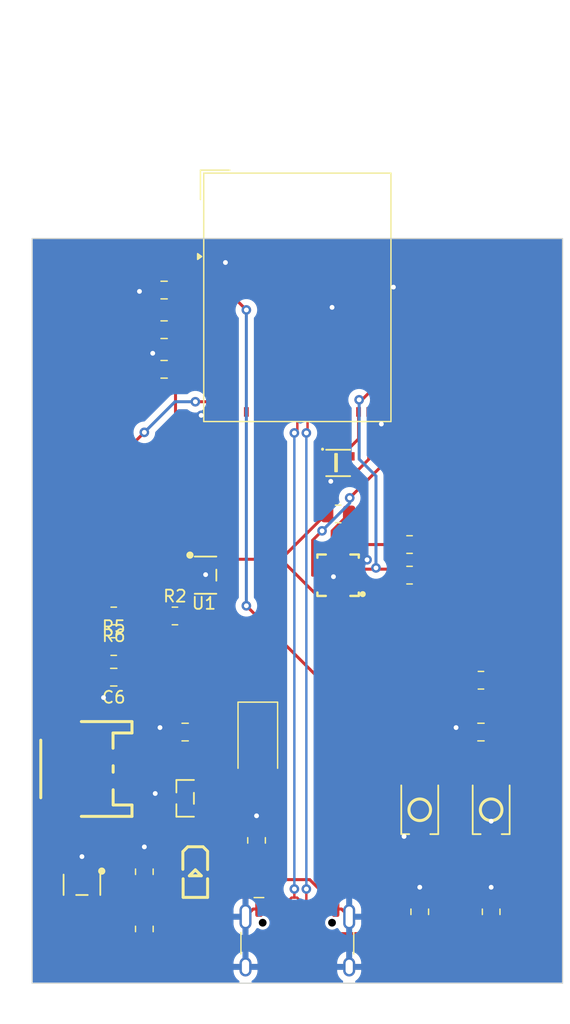
<source format=kicad_pcb>
(kicad_pcb (version 20240108) (generator "pcbnew") (generator_version "8.0")
  (layers (0 "F.Cu" signal) (31 "B.Cu" signal) (34 "B.Paste" user) (35 "F.Paste" user) (36 "B.SilkS" user "B.Silkscreen") (37 "F.SilkS" user "F.Silkscreen") (38 "B.Mask" user) (39 "F.Mask" user) (44 "Edge.Cuts" user))
  (net 0 "")
  (net 33 "Net-(D1-K)")
  (net 34 "GND")
  (net 35 "3.3V")
  (net 36 "RESET")
  (net 37 "VBAT")
  (net 38 "VBUS")
  (net 39 "D+")
  (net 40 "Net-(J2-CC2)")
  (net 41 "Net-(J2-CC1)")
  (net 42 "D-")
  (net 43 "NEOPIXELPWR")
  (net 44 "NEOPIXEL")
  (net 45 "Net-(U1-EN)")
  (net 46 "GPIO1")
  (net 47 "Net-(U3-CS)")
  (net 48 "SDA")
  (net 49 "SCL")
  (net 50 "Net-(U4-PROG)")
  (net 51 "BOOT")
  (net 52 "INT1")
  (net 60 "Net-(LED1-+)")
  (net 61 "Net-(LED1--)")
  (footprint "Resistor_SMD:R_0805_2012Metric" (layer "F.Cu") (at 143.65 105.4 -90)
    (property "Reference" "R3" (hide yes))
    (property "Value" "5.1K" (hide yes))
    (pad "1" smd roundrect (at -0.9125 0 270) (size 1.025 1.4) (layers "F.Cu" "F.Paste" "F.Mask") (roundrect_rratio 0.243902) (net 34 "GND"))
    (pad "2" smd roundrect (at 0.9125 0 270) (size 1.025 1.4) (layers "F.Cu" "F.Paste" "F.Mask") (roundrect_rratio 0.243902) (net 40 "Net-(J2-CC2)"))
  )
  (footprint "Resistor_SMD:R_0805_2012Metric" (layer "F.Cu") (at 112.2 83.3)
    (property "Reference" "R5" (at 0 -1.65 0) (layer "F.SilkS"))
    (property "Value" "470K")
    (pad "1" smd roundrect (at -0.9125 0) (size 1.025 1.4) (layers "F.Cu" "F.Paste" "F.Mask") (roundrect_rratio 0.243902) (net 46 "GPIO1"))
    (pad "2" smd roundrect (at 0.9125 0) (size 1.025 1.4) (layers "F.Cu" "F.Paste" "F.Mask") (roundrect_rratio 0.243902) (net 37 "VBAT"))
  )
  (footprint "RF_Module:ESP32-S2-MINI-1" (layer "F.Cu") (at 127.5 54.2)
    (property "Reference" "U2" (hide yes))
    (property "Value" "ESP32-S3-MINI-1" (hide yes))
    (pad "1" smd rect (at -7 -3.4) (size 0.8 0.4) (layers "F.Cu" "F.Paste" "F.Mask") (net 34 "GND"))
    (pad "2" smd rect (at -7 -2.55) (size 0.8 0.4) (layers "F.Cu" "F.Paste" "F.Mask") (net 34 "GND"))
    (pad "3" smd rect (at -7 -1.7) (size 0.8 0.4) (layers "F.Cu" "F.Paste" "F.Mask") (net 35 "3.3V"))
    (pad "4" smd rect (at -7 -0.85) (size 0.8 0.4) (layers "F.Cu" "F.Paste" "F.Mask") (net 51 "BOOT"))
    (pad "5" smd rect (at -7 0) (size 0.8 0.4) (layers "F.Cu" "F.Paste" "F.Mask"))
    (pad "6" smd rect (at -7 0.85) (size 0.8 0.4) (layers "F.Cu" "F.Paste" "F.Mask"))
    (pad "7" smd rect (at -7 1.7) (size 0.8 0.4) (layers "F.Cu" "F.Paste" "F.Mask"))
    (pad "8" smd rect (at -7 2.55) (size 0.8 0.4) (layers "F.Cu" "F.Paste" "F.Mask"))
    (pad "9" smd rect (at -7 3.4) (size 0.8 0.4) (layers "F.Cu" "F.Paste" "F.Mask"))
    (pad "10" smd rect (at -7 4.25) (size 0.8 0.4) (layers "F.Cu" "F.Paste" "F.Mask"))
    (pad "11" smd rect (at -7 5.1) (size 0.8 0.4) (layers "F.Cu" "F.Paste" "F.Mask"))
    (pad "12" smd rect (at -7 5.95) (size 0.8 0.4) (layers "F.Cu" "F.Paste" "F.Mask"))
    (pad "13" smd rect (at -7 6.8) (size 0.8 0.4) (layers "F.Cu" "F.Paste" "F.Mask"))
    (pad "14" smd rect (at -7 7.65) (size 0.8 0.4) (layers "F.Cu" "F.Paste" "F.Mask"))
    (pad "15" smd rect (at -7 8.5) (size 0.8 0.4) (layers "F.Cu" "F.Paste" "F.Mask") (net 46 "GPIO1"))
    (pad "16" smd rect (at -5.95 9.55 90) (size 0.8 0.4) (layers "F.Cu" "F.Paste" "F.Mask"))
    (pad "17" smd rect (at -5.1 9.55 90) (size 0.8 0.4) (layers "F.Cu" "F.Paste" "F.Mask"))
    (pad "18" smd rect (at -4.25 9.55 90) (size 0.8 0.4) (layers "F.Cu" "F.Paste" "F.Mask"))
    (pad "19" smd rect (at -3.4 9.55 90) (size 0.8 0.4) (layers "F.Cu" "F.Paste" "F.Mask"))
    (pad "20" smd rect (at -2.55 9.55 90) (size 0.8 0.4) (layers "F.Cu" "F.Paste" "F.Mask"))
    (pad "21" smd rect (at -1.7 9.55 90) (size 0.8 0.4) (layers "F.Cu" "F.Paste" "F.Mask"))
    (pad "22" smd rect (at -0.85 9.55 90) (size 0.8 0.4) (layers "F.Cu" "F.Paste" "F.Mask"))
    (pad "23" smd rect (at 0 9.55 90) (size 0.8 0.4) (layers "F.Cu" "F.Paste" "F.Mask") (net 42 "D-"))
    (pad "24" smd rect (at 0.85 9.55 90) (size 0.8 0.4) (layers "F.Cu" "F.Paste" "F.Mask") (net 39 "D+"))
    (pad "25" smd rect (at 1.7 9.55 90) (size 0.8 0.4) (layers "F.Cu" "F.Paste" "F.Mask"))
    (pad "26" smd rect (at 2.55 9.55 90) (size 0.8 0.4) (layers "F.Cu" "F.Paste" "F.Mask"))
    (pad "27" smd rect (at 3.4 9.55 90) (size 0.8 0.4) (layers "F.Cu" "F.Paste" "F.Mask"))
    (pad "28" smd rect (at 4.25 9.55 90) (size 0.8 0.4) (layers "F.Cu" "F.Paste" "F.Mask"))
    (pad "29" smd rect (at 5.1 9.55 90) (size 0.8 0.4) (layers "F.Cu" "F.Paste" "F.Mask") (net 43 "NEOPIXELPWR"))
    (pad "30" smd rect (at 5.95 9.55 90) (size 0.8 0.4) (layers "F.Cu" "F.Paste" "F.Mask") (net 44 "NEOPIXEL"))
    (pad "31" smd rect (at 7 8.5) (size 0.8 0.4) (layers "F.Cu" "F.Paste" "F.Mask") (net 52 "INT1"))
    (pad "32" smd rect (at 7 7.65) (size 0.8 0.4) (layers "F.Cu" "F.Paste" "F.Mask") (net 49 "SCL"))
    (pad "33" smd rect (at 7 6.8) (size 0.8 0.4) (layers "F.Cu" "F.Paste" "F.Mask") (net 48 "SDA"))
    (pad "34" smd rect (at 7 5.95) (size 0.8 0.4) (layers "F.Cu" "F.Paste" "F.Mask"))
    (pad "35" smd rect (at 7 5.1) (size 0.8 0.4) (layers "F.Cu" "F.Paste" "F.Mask"))
    (pad "36" smd rect (at 7 4.25) (size 0.8 0.4) (layers "F.Cu" "F.Paste" "F.Mask"))
    (pad "37" smd rect (at 7 3.4) (size 0.8 0.4) (layers "F.Cu" "F.Paste" "F.Mask"))
    (pad "38" smd rect (at 7 2.55) (size 0.8 0.4) (layers "F.Cu" "F.Paste" "F.Mask"))
    (pad "39" smd rect (at 7 1.7) (size 0.8 0.4) (layers "F.Cu" "F.Paste" "F.Mask"))
    (pad "40" smd rect (at 7 0.85) (size 0.8 0.4) (layers "F.Cu" "F.Paste" "F.Mask"))
    (pad "41" smd rect (at 7 0) (size 0.8 0.4) (layers "F.Cu" "F.Paste" "F.Mask"))
    (pad "42" smd rect (at 7 -0.85) (size 0.8 0.4) (layers "F.Cu" "F.Paste" "F.Mask") (net 34 "GND"))
    (pad "43" smd rect (at 7 -1.7) (size 0.8 0.4) (layers "F.Cu" "F.Paste" "F.Mask") (net 34 "GND"))
    (pad "44" smd rect (at 7 -2.55) (size 0.8 0.4) (layers "F.Cu" "F.Paste" "F.Mask"))
    (pad "45" smd rect (at 7 -3.4) (size 0.8 0.4) (layers "F.Cu" "F.Paste" "F.Mask") (net 36 "RESET"))
    (pad "46" smd rect (at 5.95 -4.45 90) (size 0.8 0.4) (layers "F.Cu" "F.Paste" "F.Mask") (net 34 "GND"))
    (pad "47" smd rect (at 5.1 -4.45 90) (size 0.8 0.4) (layers "F.Cu" "F.Paste" "F.Mask") (net 34 "GND"))
    (pad "48" smd rect (at 4.25 -4.45 90) (size 0.8 0.4) (layers "F.Cu" "F.Paste" "F.Mask") (net 34 "GND"))
    (pad "49" smd rect (at 3.4 -4.45 90) (size 0.8 0.4) (layers "F.Cu" "F.Paste" "F.Mask") (net 34 "GND"))
    (pad "50" smd rect (at 2.55 -4.45 90) (size 0.8 0.4) (layers "F.Cu" "F.Paste" "F.Mask") (net 34 "GND"))
    (pad "51" smd rect (at 1.7 -4.45 90) (size 0.8 0.4) (layers "F.Cu" "F.Paste" "F.Mask") (net 34 "GND"))
    (pad "52" smd rect (at 0.85 -4.45 90) (size 0.8 0.4) (layers "F.Cu" "F.Paste" "F.Mask") (net 34 "GND"))
    (pad "53" smd rect (at 0 -4.45 90) (size 0.8 0.4) (layers "F.Cu" "F.Paste" "F.Mask") (net 34 "GND"))
    (pad "54" smd rect (at -0.85 -4.45 90) (size 0.8 0.4) (layers "F.Cu" "F.Paste" "F.Mask") (net 34 "GND"))
    (pad "55" smd rect (at -1.7 -4.45 90) (size 0.8 0.4) (layers "F.Cu" "F.Paste" "F.Mask") (net 34 "GND"))
    (pad "56" smd rect (at -2.55 -4.45 90) (size 0.8 0.4) (layers "F.Cu" "F.Paste" "F.Mask") (net 34 "GND"))
    (pad "57" smd rect (at -3.4 -4.45 90) (size 0.8 0.4) (layers "F.Cu" "F.Paste" "F.Mask") (net 34 "GND"))
    (pad "58" smd rect (at -4.25 -4.45 90) (size 0.8 0.4) (layers "F.Cu" "F.Paste" "F.Mask") (net 34 "GND"))
    (pad "59" smd rect (at -5.1 -4.45 90) (size 0.8 0.4) (layers "F.Cu" "F.Paste" "F.Mask") (net 34 "GND"))
    (pad "60" smd rect (at -5.95 -4.45 90) (size 0.8 0.4) (layers "F.Cu" "F.Paste" "F.Mask") (net 34 "GND"))
    (pad "61" smd roundrect (at -1.65 0.9) (size 1.2 1.2) (layers "F.Cu" "F.Paste" "F.Mask") (roundrect_rratio 0) (chamfer_ratio 0.33) (chamfer top_left) (net 34 "GND"))
    (pad "61" smd rect (at -1.65 2.55) (size 1.2 1.2) (layers "F.Cu" "F.Paste" "F.Mask") (net 34 "GND"))
    (pad "61" smd rect (at -1.65 4.2) (size 1.2 1.2) (layers "F.Cu" "F.Paste" "F.Mask") (net 34 "GND"))
    (pad "61" smd rect (at 0 0.9) (size 1.2 1.2) (layers "F.Cu" "F.Paste" "F.Mask") (net 34 "GND"))
    (pad "61" smd rect (at 0 2.55) (size 1.2 1.2) (layers "F.Cu" "F.Paste" "F.Mask") (net 34 "GND"))
    (pad "61" smd rect (at 0 4.2) (size 1.2 1.2) (layers "F.Cu" "F.Paste" "F.Mask") (net 34 "GND"))
    (pad "61" smd rect (at 1.65 0.9) (size 1.2 1.2) (layers "F.Cu" "F.Paste" "F.Mask") (net 34 "GND"))
    (pad "61" smd rect (at 1.65 2.55) (size 1.2 1.2) (layers "F.Cu" "F.Paste" "F.Mask") (net 34 "GND"))
    (pad "61" smd rect (at 1.65 4.2) (size 1.2 1.2) (layers "F.Cu" "F.Paste" "F.Mask") (net 34 "GND"))
    (pad "62" smd rect (at -7 -4.45) (size 0.8 0.8) (layers "F.Cu" "F.Paste" "F.Mask") (net 34 "GND"))
    (pad "63" smd rect (at -7 9.55) (size 0.8 0.8) (layers "F.Cu" "F.Paste" "F.Mask") (net 34 "GND"))
    (pad "64" smd rect (at 7 9.55) (size 0.8 0.8) (layers "F.Cu" "F.Paste" "F.Mask") (net 34 "GND"))
    (pad "65" smd rect (at 7 -4.45) (size 0.8 0.8) (layers "F.Cu" "F.Paste" "F.Mask") (net 34 "GND"))
    (zone (net 0) (net_name "") (layers "*.Cu") (name "Antenna") (connect_pads (clearance 0)) (min_thickness 0.254)
      (keepout (tracks not_allowed) (vias not_allowed) (pads not_allowed) (copperpour not_allowed) (footprints not_allowed))
      (fill (thermal_gap 0.508) (thermal_bridge_width 0.508))
      (polygon (pts (xy 150.2 48.95) (xy 104.8 48.95) (xy 104.8 29.45) (xy 150.2 29.45)))
    )
  )
  (footprint "Resistor_SMD:R_0805_2012Metric" (layer "F.Cu") (at 114.75 102.0625 90)
    (property "Reference" "R12" (hide yes))
    (property "Value" "2k" (hide yes))
    (pad "1" smd roundrect (at -0.9125 0 90) (size 1.025 1.4) (layers "F.Cu" "F.Paste" "F.Mask") (roundrect_rratio 0.243902) (net 50 "Net-(U4-PROG)"))
    (pad "2" smd roundrect (at 0.9125 0 90) (size 1.025 1.4) (layers "F.Cu" "F.Paste" "F.Mask") (roundrect_rratio 0.243902) (net 34 "GND"))
  )
  (footprint "easyeda2kicad:SOT-23-3_L2.9-W1.3-P0.95-LS2.4-BR" (layer "F.Cu") (at 118.15 95.946)
    (property "Reference" "Q1" (hide yes))
    (property "Value" "DMP2045UQ-7" (hide yes))
    (pad "1" smd rect (at 1 0.95) (size 1.25 0.7) (layers "F.Cu" "F.Paste" "F.Mask") (net 38 "VBUS"))
    (pad "2" smd rect (at 1 -0.95) (size 1.25 0.7) (layers "F.Cu" "F.Paste" "F.Mask") (net 33 "Net-(D1-K)"))
    (pad "3" smd rect (at -1 0) (size 1.25 0.7) (layers "F.Cu" "F.Paste" "F.Mask") (net 37 "VBAT"))
  )
  (footprint "Connector_USB:USB_C_Receptacle_HCTL_HC-TYPE-C-16P-01A" (layer "F.Cu") (at 127.5 108.9154)
    (property "Reference" "J2" (hide yes))
    (property "Value" "HCTL HC-TYPE-C-16P-01A")
    (pad "" np_thru_hole circle (at -2.89 -2.605) (size 0.65 0.65) (drill 0.65) (layers "*.Mask"))
    (pad "" np_thru_hole circle (at 2.89 -2.605) (size 0.65 0.65) (drill 0.65) (layers "*.Mask"))
    (pad "A1" smd roundrect (at -3.2 -3.745) (size 0.6 1.3) (layers "F.Cu" "F.Paste" "F.Mask") (net 34 "GND"))
    (pad "A4" smd roundrect (at -2.4 -3.745) (size 0.6 1.3) (layers "F.Cu" "F.Paste" "F.Mask") (net 38 "VBUS"))
    (pad "A5" smd roundrect (at -1.25 -3.745) (size 0.3 1.3) (layers "F.Cu" "F.Paste" "F.Mask") (net 41 "Net-(J2-CC1)"))
    (pad "A6" smd roundrect (at -0.25 -3.745) (size 0.3 1.3) (layers "F.Cu" "F.Paste" "F.Mask") (net 39 "D+"))
    (pad "A7" smd roundrect (at 0.25 -3.745) (size 0.3 1.3) (layers "F.Cu" "F.Paste" "F.Mask") (net 42 "D-"))
    (pad "A8" smd roundrect (at 1.25 -3.745) (size 0.3 1.3) (layers "F.Cu" "F.Paste" "F.Mask"))
    (pad "A9" smd roundrect (at 2.4 -3.745) (size 0.6 1.3) (layers "F.Cu" "F.Paste" "F.Mask") (net 38 "VBUS"))
    (pad "A12" smd roundrect (at 3.2 -3.745) (size 0.6 1.3) (layers "F.Cu" "F.Paste" "F.Mask") (net 34 "GND"))
    (pad "B1" smd roundrect (at 3.2 -3.745) (size 0.6 1.3) (layers "F.Cu" "F.Paste" "F.Mask") (net 34 "GND"))
    (pad "B4" smd roundrect (at 2.4 -3.745) (size 0.6 1.3) (layers "F.Cu" "F.Paste" "F.Mask") (net 38 "VBUS"))
    (pad "B5" smd roundrect (at 1.75 -3.745) (size 0.3 1.3) (layers "F.Cu" "F.Paste" "F.Mask") (net 40 "Net-(J2-CC2)"))
    (pad "B6" smd roundrect (at 0.75 -3.745) (size 0.3 1.3) (layers "F.Cu" "F.Paste" "F.Mask") (net 39 "D+"))
    (pad "B7" smd roundrect (at -0.75 -3.745) (size 0.3 1.3) (layers "F.Cu" "F.Paste" "F.Mask") (net 42 "D-"))
    (pad "B8" smd roundrect (at -1.75 -3.745) (size 0.3 1.3) (layers "F.Cu" "F.Paste" "F.Mask"))
    (pad "B9" smd roundrect (at -2.4 -3.745) (size 0.6 1.3) (layers "F.Cu" "F.Paste" "F.Mask") (net 38 "VBUS"))
    (pad "B12" smd roundrect (at -3.2 -3.745) (size 0.6 1.3) (layers "F.Cu" "F.Paste" "F.Mask") (net 34 "GND"))
    (pad "S1" thru_hole oval (at -4.32 -3.105) (size 1 2.1) (drill oval 0.6 1.7) (layers "*.Cu" "*.Mask") (net 34 "GND"))
    (pad "S1" thru_hole oval (at -4.32 1.075) (size 1 1.6) (drill oval 0.6 1.2) (layers "*.Cu" "*.Mask") (net 34 "GND"))
    (pad "S1" thru_hole oval (at 4.32 -3.105) (size 1 2.1) (drill oval 0.6 1.7) (layers "*.Cu" "*.Mask") (net 34 "GND"))
    (pad "S1" thru_hole oval (at 4.32 1.075) (size 1 1.6) (drill oval 0.6 1.2) (layers "*.Cu" "*.Mask") (net 34 "GND"))
  )
  (footprint "Resistor_SMD:R_0805_2012Metric" (layer "F.Cu") (at 117.3 80.75)
    (property "Reference" "R2" (at 0 -1.65 360) (layer "F.SilkS"))
    (property "Value" "100K")
    (pad "1" smd roundrect (at -0.9125 0) (size 1.025 1.4) (layers "F.Cu" "F.Paste" "F.Mask") (roundrect_rratio 0.243902) (net 33 "Net-(D1-K)"))
    (pad "2" smd roundrect (at 0.9125 0) (size 1.025 1.4) (layers "F.Cu" "F.Paste" "F.Mask") (roundrect_rratio 0.243902) (net 45 "Net-(U1-EN)"))
  )
  (footprint "easyeda2kicad:SW-SMD_L3.9-W3.0-P4.45" (layer "F.Cu") (at 137.7 96.9 90)
    (property "Reference" "SW2" (hide yes))
    (property "Value" "TS-1088-AR02016" (hide yes))
    (pad "1" smd rect (at -2.18 0 90) (size 1.23 1.36) (layers "F.Cu" "F.Paste" "F.Mask") (net 34 "GND"))
    (pad "2" smd rect (at 2.18 0 90) (size 1.23 1.36) (layers "F.Cu" "F.Paste" "F.Mask") (net 51 "BOOT"))
  )
  (footprint "Capacitor_SMD:C_0805_2012Metric" (layer "F.Cu") (at 118.15 90.424 180)
    (property "Reference" "C1" (hide yes))
    (property "Value" "10uF" (hide yes))
    (pad "1" smd roundrect (at -0.95 0 180) (size 1 1.45) (layers "F.Cu" "F.Paste" "F.Mask") (net 33 "Net-(D1-K)"))
    (pad "2" smd roundrect (at 0.95 0 180) (size 1 1.45) (layers "F.Cu" "F.Paste" "F.Mask") (net 34 "GND"))
  )
  (footprint "Capacitor_SMD:C_0805_2012Metric" (layer "F.Cu") (at 116.398 60.198 180)
    (property "Reference" "C2" (hide yes))
    (property "Value" "10uF" (hide yes))
    (pad "1" smd roundrect (at -0.95 0 180) (size 1 1.45) (layers "F.Cu" "F.Paste" "F.Mask") (net 35 "3.3V"))
    (pad "2" smd roundrect (at 0.95 0 180) (size 1 1.45) (layers "F.Cu" "F.Paste" "F.Mask") (net 34 "GND"))
  )
  (footprint "Capacitor_SMD:C_0805_2012Metric" (layer "F.Cu") (at 116.398 56.896 180)
    (property "Reference" "C3" (hide yes))
    (property "Value" "10uF" (hide yes))
    (pad "1" smd roundrect (at -0.95 0 180) (size 1 1.45) (layers "F.Cu" "F.Paste" "F.Mask") (net 35 "3.3V"))
    (pad "2" smd roundrect (at 0.95 0 180) (size 1 1.45) (layers "F.Cu" "F.Paste" "F.Mask") (net 34 "GND"))
  )
  (footprint "easyeda2kicad:SW-SMD_L3.9-W3.0-P4.45" (layer "F.Cu") (at 143.65 96.9 90)
    (property "Reference" "SW1" (hide yes))
    (property "Value" "TS-1088-AR02016")
    (pad "1" smd rect (at -2.18 0 90) (size 1.23 1.36) (layers "F.Cu" "F.Paste" "F.Mask") (net 34 "GND"))
    (pad "2" smd rect (at 2.18 0 90) (size 1.23 1.36) (layers "F.Cu" "F.Paste" "F.Mask") (net 36 "RESET"))
  )
  (footprint "Resistor_SMD:R_0805_2012Metric" (layer "F.Cu") (at 137.7 105.4 -90)
    (property "Reference" "R4" (hide yes))
    (property "Value" "5.1K" (hide yes))
    (pad "1" smd roundrect (at -0.9125 0 270) (size 1.025 1.4) (layers "F.Cu" "F.Paste" "F.Mask") (roundrect_rratio 0.243902) (net 34 "GND"))
    (pad "2" smd roundrect (at 0.9125 0 270) (size 1.025 1.4) (layers "F.Cu" "F.Paste" "F.Mask") (roundrect_rratio 0.243902) (net 41 "Net-(J2-CC1)"))
  )
  (footprint "Diode_SMD:D_SMA" (layer "F.Cu") (at 124.206 91.44 -90)
    (property "Reference" "D1" (hide yes))
    (property "Value" "SK54A-LTP" (hide yes))
    (pad "1" smd roundrect (at -2 0 270) (size 2.5 1.8) (layers "F.Cu" "F.Paste" "F.Mask") (roundrect_rratio 0.1388888889) (net 33 "Net-(D1-K)"))
    (pad "2" smd roundrect (at 2 0 270) (size 2.5 1.8) (layers "F.Cu" "F.Paste" "F.Mask") (roundrect_rratio 0.1388888889) (net 38 "VBUS"))
  )
  (footprint "easyeda2kicad:TSOT-23-5_L2.9-W1.6-P0.95-LS2.8-BL" (layer "F.Cu") (at 119.85 77.35 -90)
    (property "Reference" "U1" (at 2.352 0.134 180) (layer "F.SilkS"))
    (property "Value" "RT9080-33GJ5")
    (pad "1" smd rect (at -0.95 1.15 270) (size 0.53 1.05) (layers "F.Cu" "F.Paste" "F.Mask") (net 33 "Net-(D1-K)"))
    (pad "2" smd rect (at 0 1.15 270) (size 0.53 1.05) (layers "F.Cu" "F.Paste" "F.Mask") (net 34 "GND"))
    (pad "3" smd rect (at 0.95 1.15 270) (size 0.53 1.05) (layers "F.Cu" "F.Paste" "F.Mask") (net 45 "Net-(U1-EN)"))
    (pad "4" smd rect (at 0.95 -1.15 270) (size 0.53 1.05) (layers "F.Cu" "F.Paste" "F.Mask"))
    (pad "5" smd rect (at -0.95 -1.15 270) (size 0.53 1.05) (layers "F.Cu" "F.Paste" "F.Mask") (net 35 "3.3V"))
  )
  (footprint "easyeda2kicad:CONN-SMD_P2.00_S2B-PH-SM4-TB-LF-SN" (layer "F.Cu") (at 110.5 93.5 -90)
    (property "Reference" "CN1" (hide yes))
    (property "Value" "JST S2B-PH-SM4-TB(LF)(SN)")
    (pad "1" smd rect (at -1 -2.93 270) (size 1 3.8) (layers "F.Cu" "F.Paste" "F.Mask") (net 37 "VBAT"))
    (pad "2" smd rect (at 1 -2.93 270) (size 1 3.8) (layers "F.Cu" "F.Paste" "F.Mask") (net 34 "GND"))
    (pad "3" smd rect (at 3.35 2.93 270) (size 1.5 3.4) (layers "F.Cu" "F.Paste" "F.Mask"))
    (pad "4" smd rect (at -3.35 2.93 270) (size 1.5 3.4) (layers "F.Cu" "F.Paste" "F.Mask"))
  )
  (footprint "easyeda2kicad:LED-SMD_4P-L2.0-W2.0-TL_WS2812B-2020" (layer "F.Cu") (at 130.9 68)
    (property "Reference" "LED2" (hide yes))
    (property "Value" "WS2812B-2020" (hide yes))
    (pad "1" smd rect (at -0.92 -0.55) (size 0.9 0.7) (layers "F.Cu" "F.Paste" "F.Mask"))
    (pad "2" smd rect (at -0.92 0.55) (size 0.9 0.7) (layers "F.Cu" "F.Paste" "F.Mask") (net 34 "GND"))
    (pad "3" smd rect (at 0.92 0.55) (size 0.9 0.7) (layers "F.Cu" "F.Paste" "F.Mask") (net 44 "NEOPIXEL"))
    (pad "4" smd rect (at 0.92 -0.55) (size 0.9 0.7) (layers "F.Cu" "F.Paste" "F.Mask") (net 43 "NEOPIXELPWR"))
  )
  (footprint "Resistor_SMD:R_0805_2012Metric" (layer "F.Cu") (at 114.75 106.8305 90)
    (property "Reference" "R11" (hide yes))
    (property "Value" "160" (hide yes))
    (pad "1" smd roundrect (at -0.9125 0 90) (size 1.025 1.4) (layers "F.Cu" "F.Paste" "F.Mask") (roundrect_rratio 0.243902) (net 38 "VBUS"))
    (pad "2" smd roundrect (at 0.9125 0 90) (size 1.025 1.4) (layers "F.Cu" "F.Paste" "F.Mask") (roundrect_rratio 0.243902) (net 60 "Net-(LED1-+)"))
  )
  (footprint "easyeda2kicad:LED0805-R-RD" (layer "F.Cu") (at 119 102.2 -90)
    (property "Reference" "LED1" (hide yes))
    (property "Value" "FC-2012HRK-620D" (hide yes))
    (pad "1" smd rect (at 1.05 0 90) (size 1 1.4) (layers "F.Cu" "F.Paste" "F.Mask") (net 60 "Net-(LED1-+)"))
    (pad "2" smd rect (at -1.05 0 90) (size 1 1.4) (layers "F.Cu" "F.Paste" "F.Mask") (net 61 "Net-(LED1--)"))
  )
  (footprint "Capacitor_SMD:C_0805_2012Metric" (layer "F.Cu") (at 112.2 85.85 180)
    (property "Reference" "C6" (at 0 -1.68 180) (layer "F.SilkS"))
    (property "Value" "10uF")
    (pad "1" smd roundrect (at -0.95 0 180) (size 1 1.45) (layers "F.Cu" "F.Paste" "F.Mask") (net 37 "VBAT"))
    (pad "2" smd roundrect (at 0.95 0 180) (size 1 1.45) (layers "F.Cu" "F.Paste" "F.Mask") (net 34 "GND"))
  )
  (footprint "Capacitor_SMD:C_0805_2012Metric" (layer "F.Cu") (at 142.8 90.424 180)
    (property "Reference" "C5" (hide yes))
    (property "Value" "10uF" (hide yes))
    (pad "1" smd roundrect (at -0.95 0 180) (size 1 1.45) (layers "F.Cu" "F.Paste" "F.Mask") (net 36 "RESET"))
    (pad "2" smd roundrect (at 0.95 0 180) (size 1 1.45) (layers "F.Cu" "F.Paste" "F.Mask") (net 34 "GND"))
  )
  (footprint "easyeda2kicad:SOT-23-5_L3.0-W1.7-P0.95-LS2.8-BL" (layer "F.Cu") (at 109.55 103.15 180)
    (property "Reference" "U4" (hide yes))
    (property "Value" "MCP73831T-2ACI/OT" (hide yes))
    (pad "1" smd rect (at -0.95 1.15 180) (size 0.49 1.16) (layers "F.Cu" "F.Paste" "F.Mask") (net 61 "Net-(LED1--)"))
    (pad "2" smd rect (at 0 1.15 180) (size 0.49 1.16) (layers "F.Cu" "F.Paste" "F.Mask") (net 34 "GND"))
    (pad "3" smd rect (at 0.95 1.15 180) (size 0.49 1.16) (layers "F.Cu" "F.Paste" "F.Mask") (net 37 "VBAT"))
    (pad "4" smd rect (at 0.95 -1.15 180) (size 0.49 1.18) (layers "F.Cu" "F.Paste" "F.Mask") (net 38 "VBUS"))
    (pad "5" smd rect (at -0.95 -1.15 180) (size 0.49 1.18) (layers "F.Cu" "F.Paste" "F.Mask") (net 50 "Net-(U4-PROG)"))
  )
  (footprint "Resistor_SMD:R_0805_2012Metric" (layer "F.Cu") (at 112.2 80.75 180)
    (property "Reference" "R6" (at 0 -1.65 180) (layer "F.SilkS"))
    (property "Value" "470K")
    (pad "1" smd roundrect (at -0.9125 0 180) (size 1.025 1.4) (layers "F.Cu" "F.Paste" "F.Mask") (roundrect_rratio 0.243902) (net 34 "GND"))
    (pad "2" smd roundrect (at 0.9125 0 180) (size 1.025 1.4) (layers "F.Cu" "F.Paste" "F.Mask") (roundrect_rratio 0.243902) (net 46 "GPIO1"))
  )
  (footprint "Resistor_SMD:R_0805_2012Metric" (layer "F.Cu") (at 130.9 72.25 180)
    (property "Reference" "R8" (hide yes))
    (property "Value" "5.1K" (hide yes))
    (pad "1" smd roundrect (at -0.9125 0 180) (size 1.025 1.4) (layers "F.Cu" "F.Paste" "F.Mask") (roundrect_rratio 0.243902) (net 47 "Net-(U3-CS)"))
    (pad "2" smd roundrect (at 0.9125 0 180) (size 1.025 1.4) (layers "F.Cu" "F.Paste" "F.Mask") (roundrect_rratio 0.243902) (net 35 "3.3V"))
  )
  (footprint "Resistor_SMD:R_0805_2012Metric" (layer "F.Cu") (at 142.8 86.106 180)
    (property "Reference" "R7" (hide yes))
    (property "Value" "5.1K" (hide yes))
    (pad "1" smd roundrect (at -0.9125 0 180) (size 1.025 1.4) (layers "F.Cu" "F.Paste" "F.Mask") (roundrect_rratio 0.243902) (net 36 "RESET"))
    (pad "2" smd roundrect (at 0.9125 0 180) (size 1.025 1.4) (layers "F.Cu" "F.Paste" "F.Mask") (roundrect_rratio 0.243902) (net 35 "3.3V"))
  )
  (footprint "Capacitor_SMD:C_0805_2012Metric" (layer "F.Cu") (at 116.398 53.594 180)
    (property "Reference" "C4" (hide yes))
    (property "Value" "0.1uF" (hide yes))
    (pad "1" smd roundrect (at -0.95 0 180) (size 1 1.45) (layers "F.Cu" "F.Paste" "F.Mask") (net 35 "3.3V"))
    (pad "2" smd roundrect (at 0.95 0 180) (size 1 1.45) (layers "F.Cu" "F.Paste" "F.Mask") (net 34 "GND"))
  )
  (footprint "easyeda2kicad:LGA-16_L3.0-W3.0-P0.50-TL" (layer "F.Cu") (at 130.9 77.35 180)
    (property "Reference" "U3" (hide yes))
    (property "Value" "LIS3DHTR_C15134" (hide yes))
    (pad "1" smd oval (at -1.4 -1 180) (size 0.8 0.28) (layers "F.Cu" "F.Paste" "F.Mask") (net 35 "3.3V"))
    (pad "2" smd oval (at -1.4 -0.5 180) (size 0.8 0.28) (layers "F.Cu" "F.Paste" "F.Mask"))
    (pad "3" smd oval (at -1.4 0 180) (size 0.8 0.28) (layers "F.Cu" "F.Paste" "F.Mask"))
    (pad "4" smd oval (at -1.4 0.5 180) (size 0.8 0.28) (layers "F.Cu" "F.Paste" "F.Mask") (net 49 "SCL"))
    (pad "5" smd oval (at -1.4 1 180) (size 0.8 0.28) (layers "F.Cu" "F.Paste" "F.Mask") (net 34 "GND"))
    (pad "6" smd oval (at -0.5 1.4 180) (size 0.28 0.8) (layers "F.Cu" "F.Paste" "F.Mask") (net 48 "SDA"))
    (pad "7" smd oval (at 0 1.4 180) (size 0.28 0.8) (layers "F.Cu" "F.Paste" "F.Mask"))
    (pad "8" smd oval (at 0.5 1.4 180) (size 0.28 0.8) (layers "F.Cu" "F.Paste" "F.Mask") (net 47 "Net-(U3-CS)"))
    (pad "9" smd oval (at 1.4 1 180) (size 0.8 0.28) (layers "F.Cu" "F.Paste" "F.Mask"))
    (pad "10" smd oval (at 1.4 0.5 180) (size 0.8 0.28) (layers "F.Cu" "F.Paste" "F.Mask") (net 34 "GND"))
    (pad "11" smd oval (at 1.4 0 180) (size 0.8 0.28) (layers "F.Cu" "F.Paste" "F.Mask") (net 52 "INT1"))
    (pad "12" smd oval (at 1.4 -0.5 180) (size 0.8 0.28) (layers "F.Cu" "F.Paste" "F.Mask") (net 34 "GND"))
    (pad "13" smd oval (at 1.4 -1 180) (size 0.8 0.28) (layers "F.Cu" "F.Paste" "F.Mask"))
    (pad "14" smd oval (at 0.5 -1.4 180) (size 0.28 0.8) (layers "F.Cu" "F.Paste" "F.Mask") (net 35 "3.3V"))
    (pad "15" smd oval (at 0 -1.4 180) (size 0.28 0.8) (layers "F.Cu" "F.Paste" "F.Mask"))
    (pad "16" smd oval (at -0.5 -1.4 180) (size 0.28 0.8) (layers "F.Cu" "F.Paste" "F.Mask"))
  )
  (footprint "Resistor_SMD:R_0805_2012Metric" (layer "F.Cu") (at 136.85 74.8)
    (property "Reference" "R9" (hide yes))
    (property "Value" "5.1K" (hide yes))
    (pad "1" smd roundrect (at -0.9125 0) (size 1.025 1.4) (layers "F.Cu" "F.Paste" "F.Mask") (roundrect_rratio 0.243902) (net 48 "SDA"))
    (pad "2" smd roundrect (at 0.9125 0) (size 1.025 1.4) (layers "F.Cu" "F.Paste" "F.Mask") (roundrect_rratio 0.243902) (net 35 "3.3V"))
  )
  (footprint "Resistor_SMD:R_0805_2012Metric" (layer "F.Cu") (at 136.85 77.35)
    (property "Reference" "R10" (hide yes))
    (property "Value" "5.1K" (hide yes))
    (pad "1" smd roundrect (at -0.9125 0) (size 1.025 1.4) (layers "F.Cu" "F.Paste" "F.Mask") (roundrect_rratio 0.243902) (net 49 "SCL"))
    (pad "2" smd roundrect (at 0.9125 0) (size 1.025 1.4) (layers "F.Cu" "F.Paste" "F.Mask") (roundrect_rratio 0.243902) (net 35 "3.3V"))
  )
  (footprint "Resistor_SMD:R_0805_2012Metric" (layer "F.Cu") (at 124.1 99.45 90)
    (property "Reference" "R1" (hide yes))
    (property "Value" "100K" (hide yes))
    (pad "1" smd roundrect (at -0.9125 0 90) (size 1.025 1.4) (layers "F.Cu" "F.Paste" "F.Mask") (roundrect_rratio 0.243902) (net 38 "VBUS"))
    (pad "2" smd roundrect (at 0.9125 0 90) (size 1.025 1.4) (layers "F.Cu" "F.Paste" "F.Mask") (roundrect_rratio 0.243902) (net 34 "GND"))
  )
  (gr_rect (start 105.4 49.3) (end 149.6 111.35) (stroke (width 0.1)) (fill none) (layer "Edge.Cuts"))
  (segment (start 119.1 90.424) (end 119.1 89.35) (width 0.25) (layer "F.Cu") (net 33))
  (segment (start 119.1 89.35) (end 116.3875 86.6375) (width 0.25) (layer "F.Cu") (net 33))
  (segment (start 119.1 90.424) (end 119.1 94.2693) (width 0.25) (layer "F.Cu") (net 33))
  (segment (start 124.206 89.44) (end 120.084 89.44) (width 0.25) (layer "F.Cu") (net 33))
  (segment (start 119.1 94.2693) (end 119.15 94.3193) (width 0.25) (layer "F.Cu") (net 33))
  (segment (start 120.084 89.44) (end 119.1 90.424) (width 0.25) (layer "F.Cu") (net 33))
  (segment (start 116.3875 80.75) (end 116.3875 77.9375) (width 0.25) (layer "F.Cu") (net 33))
  (segment (start 116.3875 77.9375) (end 117.925 76.4) (width 0.25) (layer "F.Cu") (net 33))
  (segment (start 116.3875 86.6375) (end 116.3875 80.75) (width 0.25) (layer "F.Cu") (net 33))
  (segment (start 117.925 76.4) (end 118.7 76.4) (width 0.25) (layer "F.Cu") (net 33))
  (segment (start 119.15 94.996) (end 119.15 94.3193) (width 0.25) (layer "F.Cu") (net 33))
  (segment (start 128.35 49.75) (end 129.2 49.75) (width 0.25) (layer "F.Cu") (net 34))
  (segment (start 131.75 49.75) (end 132.6 49.75) (width 0.25) (layer "F.Cu") (net 34))
  (segment (start 114.344 53.7047) (end 115.337 53.7047) (width 0.25) (layer "F.Cu") (net 34))
  (segment (start 115.448 58.8616) (end 115.448 56.896) (width 0.25) (layer "F.Cu") (net 34))
  (segment (start 129.98 68.55) (end 129.98 69.2267) (width 0.25) (layer "F.Cu") (net 34))
  (segment (start 134.5 52.5) (end 135.227 52.5) (width 0.25) (layer "F.Cu") (net 34))
  (segment (start 111.25 85.85) (end 111.25 87.45) (width 0.25) (layer "F.Cu") (net 34))
  (segment (start 121.508 51.2991) (end 121.227 51.2991) (width 0.25) (layer "F.Cu") (net 34))
  (segment (start 111.25 87.45) (end 111.35 87.55) (width 0.25) (layer "F.Cu") (net 34))
  (segment (start 121.227 51.65) (end 121.227 51.2991) (width 0.25) (layer "F.Cu") (net 34))
  (segment (start 119.595 77.3066) (end 119.856 77.3066) (width 0.25) (layer "F.Cu") (net 34))
  (segment (start 130.227 77.7617) (end 130.51 77.4788) (width 0.25) (layer "F.Cu") (net 34))
  (segment (start 134.5 64.7565) (end 134.5 63.75) (width 0.25) (layer "F.Cu") (net 34))
  (segment (start 122.4 49.75) (end 123.25 49.75) (width 0.25) (layer "F.Cu") (net 34))
  (segment (start 130.142 55.0348) (end 130.392 55.0348) (width 0.25) (layer "F.Cu") (net 34))
  (segment (start 129.15 58.4) (end 129.15 57.575) (width 0.25) (layer "F.Cu") (net 34))
  (segment (start 120.5 50.4767) (end 120.54 50.4767) (width 0.25) (layer "F.Cu") (net 34))
  (segment (start 121.55 49.75) (end 122.4 49.75) (width 0.25) (layer "F.Cu") (net 34))
  (segment (start 130.05 49.75) (end 130.9 49.75) (width 0.25) (layer "F.Cu") (net 34))
  (segment (start 133.45 50.1133) (end 133.773 49.79) (width 0.25) (layer "F.Cu") (net 34))
  (segment (start 121.55 49.75) (end 121.55 50.4767) (width 0.25) (layer "F.Cu") (net 34))
  (segment (start 137.7 103.354) (end 137.7 104.4875) (width 0.25) (layer "F.Cu") (net 34))
  (segment (start 127.5 56.75) (end 126.313 56.75) (width 0.25) (layer "F.Cu") (net 34))
  (segment (start 124.1 49.75) (end 124.95 49.75) (width 0.25) (layer "F.Cu") (net 34))
  (segment (start 132.6 49.75) (end 133.45 49.75) (width 0.25) (layer "F.Cu") (net 34))
  (segment (start 123.82 105.17) (end 124.3 105.17) (width 0.25) (layer "F.Cu") (net 34))
  (segment (start 130.51 77.4788) (end 130.51 77.1329) (width 0.25) (layer "F.Cu") (net 34))
  (segment (start 120.5 51.65) (end 121.227 51.65) (width 0.25) (layer "F.Cu") (net 34))
  (segment (start 129.98 69.2267) (end 130.286 69.5327) (width 0.25) (layer "F.Cu") (net 34))
  (segment (start 133.027 76.35) (end 132.3 76.35) (width 0.25) (layer "F.Cu") (net 34))
  (segment (start 130.51 77.1329) (end 130.227 76.85) (width 0.25) (layer "F.Cu") (net 34))
  (segment (start 123.18 105.81) (end 123.82 105.17) (width 0.25) (layer "F.Cu") (net 34))
  (segment (start 129.15 57.575) (end 127.5 57.575) (width 0.25) (layer "F.Cu") (net 34))
  (segment (start 109.55 100.8016) (end 109.55 102) (width 0.25) (layer "F.Cu") (net 34))
  (segment (start 124.95 49.75) (end 125.8 49.75) (width 0.25) (layer "F.Cu") (net 34))
  (segment (start 120.5 63.75) (end 119.773 63.75) (width 0.25) (layer "F.Cu") (net 34))
  (segment (start 125.85 56.2866) (end 125.85 55.1) (width 0.25) (layer "F.Cu") (net 34))
  (segment (start 120.5 49.75) (end 120.5 50.4767) (width 0.25) (layer "F.Cu") (net 34))
  (segment (start 133.309 76.0681) (end 133.027 76.35) (width 0.25) (layer "F.Cu") (net 34))
  (segment (start 135.227 52.5) (end 135.227 53.35) (width 0.25) (layer "F.Cu") (net 34))
  (segment (start 129.15 55.1) (end 127.5 55.1) (width 0.25) (layer "F.Cu") (net 34))
  (segment (start 131.18 105.17) (end 130.7 105.17) (width 0.25) (layer "F.Cu") (net 34))
  (segment (start 133.45 49.75) (end 133.45 50.1133) (width 0.25) (layer "F.Cu") (net 34))
  (segment (start 130.227 77.85) (end 130.227 77.7617) (width 0.25) (layer "F.Cu") (net 34))
  (segment (start 133.773 49.79) (end 133.773 49.75) (width 0.25) (layer "F.Cu") (net 34))
  (segment (start 119.773 63.75) (end 119.488 64.0354) (width 0.25) (layer "F.Cu") (net 34))
  (segment (start 127.5 58.4) (end 127.5 57.575) (width 0.25) (layer "F.Cu") (net 34))
  (segment (start 140.726 90.0511) (end 141.477 90.0511) (width 0.25) (layer "F.Cu") (net 34))
  (segment (start 127.5 57.575) (end 127.5 56.75) (width 0.25) (layer "F.Cu") (net 34))
  (segment (start 119.552 77.35) (end 119.595 77.3066) (width 0.25) (layer "F.Cu") (net 34))
  (segment (start 136.693 99.08) (end 136.652 99.1214) (width 0.25) (layer "F.Cu") (net 34))
  (segment (start 126.65 49.75) (end 127.5 49.75) (width 0.25) (layer "F.Cu") (net 34))
  (segment (start 120.54 50.4767) (end 120.863 50.8) (width 0.25) (layer "F.Cu") (net 34))
  (segment (start 130.9 49.75) (end 131.75 49.75) (width 0.25) (layer "F.Cu") (net 34))
  (segment (start 127.5 56.75) (end 127.5 55.1) (width 0.25) (layer "F.Cu") (net 34))
  (segment (start 130.077 55.1) (end 130.142 55.0348) (width 0.25) (layer "F.Cu") (net 34))
  (segment (start 131.82 105.81) (end 131.18 105.17) (width 0.25) (layer "F.Cu") (net 34))
  (segment (start 133.773 49.75) (end 134.5 49.75) (width 0.25) (layer "F.Cu") (net 34))
  (segment (start 143.65 97.8516) (end 143.65 99.08) (width 0.25) (layer "F.Cu") (net 34))
  (segment (start 129.15 55.1) (end 130.077 55.1) (width 0.25) (layer "F.Cu") (net 34))
  (segment (start 114.75 99.9915) (end 114.75 101.15) (width 0.25) (layer "F.Cu") (net 34))
  (segment (start 129.15 57.575) (end 129.15 56.75) (width 0.25) (layer "F.Cu") (net 34))
  (segment (start 121.55 50.4767) (end 121.227 50.8) (width 0.25) (layer "F.Cu") (net 34))
  (segment (start 134.5 53.35) (end 135.227 53.35) (width 0.25) (layer "F.Cu") (net 34))
  (segment (start 116.0539 90.0511) (end 116.8271 90.0511) (width 0.25) (layer "F.Cu") (net 34))
  (segment (start 120.863 50.8) (end 121.227 50.8) (width 0.25) (layer "F.Cu") (net 34))
  (segment (start 125.85 58.4) (end 127.5 58.4) (width 0.25) (layer "F.Cu") (net 34))
  (segment (start 129.5 77.85) (end 130.227 77.85) (width 0.25) (layer "F.Cu") (net 34))
  (segment (start 127.5 49.75) (end 128.35 49.75) (width 0.25) (layer "F.Cu") (net 34))
  (segment (start 137.7 99.08) (end 136.693 99.08) (width 0.25) (layer "F.Cu") (net 34))
  (segment (start 115.448 60.198) (end 115.448 58.8616) (width 0.25) (layer "F.Cu") (net 34))
  (segment (start 124.1 97.4008) (end 124.1 98.5375) (width 0.25) (layer "F.Cu") (net 34))
  (segment (start 125.8 49.75) (end 126.65 49.75) (width 0.25) (layer "F.Cu") (net 34))
  (segment (start 136.652 99.1214) (end 136.392 99.1214) (width 0.25) (layer "F.Cu") (net 34))
  (segment (start 121.227 51.2991) (end 121.227 50.8) (width 0.25) (layer "F.Cu") (net 34))
  (segment (start 118.7 77.35) (end 119.552 77.35) (width 0.25) (layer "F.Cu") (net 34))
  (segment (start 129.2 49.75) (end 130.05 49.75) (width 0.25) (layer "F.Cu") (net 34))
  (segment (start 135.227 53.35) (end 135.503 53.35) (width 0.25) (layer "F.Cu") (net 34))
  (segment (start 143.65 103.355) (end 143.65 104.4875) (width 0.25) (layer "F.Cu") (net 34))
  (segment (start 113.43 94.5) (end 115.6567 94.5) (width 0.25) (layer "F.Cu") (net 34))
  (segment (start 123.25 49.75) (end 124.1 49.75) (width 0.25) (layer "F.Cu") (net 34))
  (segment (start 115.6567 95.5433) (end 115.6567 94.5) (width 0.25) (layer "F.Cu") (net 34))
  (segment (start 130.227 76.85) (end 129.5 76.85) (width 0.25) (layer "F.Cu") (net 34))
  (segment (start 120.5 50.8) (end 120.863 50.8) (width 0.25) (layer "F.Cu") (net 34))
  (via (at 121.508 51.2991) (size 0.8) (drill 0.4) (layers "F.Cu" "B.Cu") (net 34))
  (via (at 119.488 64.0354) (size 0.8) (drill 0.4) (layers "F.Cu" "B.Cu") (net 34))
  (via (at 130.286 69.5327) (size 0.8) (drill 0.4) (layers "F.Cu" "B.Cu") (net 34))
  (via (at 109.55 100.8016) (size 0.8) (drill 0.4) (layers "F.Cu" "B.Cu") (net 34))
  (via (at 124.1 97.4008) (size 0.8) (drill 0.4) (layers "F.Cu" "B.Cu") (net 34))
  (via (at 130.392 55.0348) (size 0.8) (drill 0.4) (layers "F.Cu" "B.Cu") (net 34))
  (via (at 133.309 76.0681) (size 0.8) (drill 0.4) (layers "F.Cu" "B.Cu") (net 34))
  (via (at 115.6567 95.5433) (size 0.8) (drill 0.4) (layers "F.Cu" "B.Cu") (net 34))
  (via (at 140.726 90.0511) (size 0.8) (drill 0.4) (layers "F.Cu" "B.Cu") (net 34))
  (via (at 115.448 58.8616) (size 0.8) (drill 0.4) (layers "F.Cu" "B.Cu") (net 34))
  (via (at 114.75 99.9915) (size 0.8) (drill 0.4) (layers "F.Cu" "B.Cu") (net 34))
  (via (at 119.856 77.3066) (size 0.8) (drill 0.4) (layers "F.Cu" "B.Cu") (net 34))
  (via (at 130.51 77.4788) (size 0.8) (drill 0.4) (layers "F.Cu" "B.Cu") (net 34))
  (via (at 136.392 99.1214) (size 0.8) (drill 0.4) (layers "F.Cu" "B.Cu") (net 34))
  (via (at 143.65 103.355) (size 0.8) (drill 0.4) (layers "F.Cu" "B.Cu") (net 34))
  (via (at 134.5 64.7565) (size 0.8) (drill 0.4) (layers "F.Cu" "B.Cu") (net 34))
  (via (at 137.7 103.354) (size 0.8) (drill 0.4) (layers "F.Cu" "B.Cu") (net 34))
  (via (at 143.65 97.8516) (size 0.8) (drill 0.4) (layers "F.Cu" "B.Cu") (net 34))
  (via (at 116.0539 90.0511) (size 0.8) (drill 0.4) (layers "F.Cu" "B.Cu") (net 34))
  (via (at 135.503 53.35) (size 0.8) (drill 0.4) (layers "F.Cu" "B.Cu") (net 34))
  (via (at 114.344 53.7047) (size 0.8) (drill 0.4) (layers "F.Cu" "B.Cu") (net 34))
  (via (at 111.35 87.55) (size 0.8) (drill 0.4) (layers "F.Cu" "B.Cu") (net 34))
  (segment (start 117.348 60.198) (end 117.348 72.748) (width 0.25) (layer "F.Cu") (net 35))
  (segment (start 117.348 56.896) (end 117.348 60.198) (width 0.25) (layer "F.Cu") (net 35))
  (segment (start 132.3 78.35) (end 133.027 78.35) (width 0.25) (layer "F.Cu") (net 35))
  (segment (start 137.762 76.7127) (end 137.762 77.0313) (width 0.25) (layer "F.Cu") (net 35))
  (segment (start 117.348 72.748) (end 121 76.4) (width 0.25) (layer "F.Cu") (net 35))
  (segment (start 130.4 79.163) (end 130.4 79.1923) (width 0.25) (layer "F.Cu") (net 35))
  (segment (start 133.027 78.35) (end 133.115 78.4381) (width 0.25) (layer "F.Cu") (net 35))
  (segment (start 130.4 79.163) (end 129.27 79.163) (width 0.25) (layer "F.Cu") (net 35))
  (segment (start 137.762 76.0755) (end 137.762 76.7127) (width 0.25) (layer "F.Cu") (net 35))
  (segment (start 137.762 75.7562) (end 137.7625 75.7557) (width 0.25) (layer "F.Cu") (net 35))
  (segment (start 118.442 52.5) (end 117.348 53.594) (width 0.25) (layer "F.Cu") (net 35))
  (segment (start 137.762 76.075) (end 137.762 76.0755) (width 0.25) (layer "F.Cu") (net 35))
  (segment (start 133.115 78.4381) (end 137.762 78.4381) (width 0.25) (layer "F.Cu") (net 35))
  (segment (start 130.4 79.1923) (end 130.694 79.4867) (width 0.25) (layer "F.Cu") (net 35))
  (segment (start 141.888 84.3345) (end 141.8875 84.335) (width 0.25) (layer "F.Cu") (net 35))
  (segment (start 130.4 78.75) (end 130.4 79.163) (width 0.25) (layer "F.Cu") (net 35))
  (segment (start 141.888 82.5631) (end 137.762 78.4381) (width 0.25) (layer "F.Cu") (net 35))
  (segment (start 126.132 76.0256) (end 129.908 72.25) (width 0.25) (layer "F.Cu") (net 35))
  (segment (start 130.694 79.4867) (end 131.615 79.4867) (width 0.25) (layer "F.Cu") (net 35))
  (segment (start 141.8875 84.335) (end 141.8875 86.106) (width 0.25) (layer "F.Cu") (net 35))
  (segment (start 120.5 52.5) (end 118.442 52.5) (width 0.25) (layer "F.Cu") (net 35))
  (segment (start 141.888 86.106) (end 141.888 84.3345) (width 0.25) (layer "F.Cu") (net 35))
  (segment (start 137.762 75.7562) (end 137.762 75.4375) (width 0.25) (layer "F.Cu") (net 35))
  (segment (start 122.226 76.0256) (end 121.852 76.4) (width 0.25) (layer "F.Cu") (net 35))
  (segment (start 137.7625 75.7557) (end 137.7625 74.8) (width 0.25) (layer "F.Cu") (net 35))
  (segment (start 121.852 76.4) (end 121 76.4) (width 0.25) (layer "F.Cu") (net 35))
  (segment (start 129.27 79.163) (end 126.132 76.0256) (width 0.25) (layer "F.Cu") (net 35))
  (segment (start 117.348 53.594) (end 117.348 56.896) (width 0.25) (layer "F.Cu") (net 35))
  (segment (start 126.132 76.0256) (end 122.226 76.0256) (width 0.25) (layer "F.Cu") (net 35))
  (segment (start 137.762 76.075) (end 137.762 75.7562) (width 0.25) (layer "F.Cu") (net 35))
  (segment (start 132.3 78.8016) (end 132.3 78.35) (width 0.25) (layer "F.Cu") (net 35))
  (segment (start 137.762 78.4381) (end 137.762 77.35) (width 0.25) (layer "F.Cu") (net 35))
  (segment (start 131.615 79.4867) (end 132.3 78.8016) (width 0.25) (layer "F.Cu") (net 35))
  (segment (start 141.888 84.3345) (end 141.888 82.5631) (width 0.25) (layer "F.Cu") (net 35))
  (segment (start 143.65 94.72) (end 143.65 90.524) (width 0.25) (layer "F.Cu") (net 36))
  (segment (start 143.712 59.3625) (end 135.15 50.8) (width 0.25) (layer "F.Cu") (net 36))
  (segment (start 143.712 86.106) (end 143.712 59.3625) (width 0.25) (layer "F.Cu") (net 36))
  (segment (start 135.15 50.8) (end 134.5 50.8) (width 0.25) (layer "F.Cu") (net 36))
  (segment (start 143.75 90.424) (end 143.75 86.1435) (width 0.25) (layer "F.Cu") (net 36))
  (segment (start 113.43 92.5) (end 111.2033 92.5) (width 0.25) (layer "F.Cu") (net 37))
  (segment (start 111.2033 97.6582) (end 111.2033 92.5) (width 0.25) (layer "F.Cu") (net 37))
  (segment (start 108.6 102) (end 108.6 100.2615) (width 0.25) (layer "F.Cu") (net 37))
  (segment (start 117.15 95.946) (end 117.15 94.82) (width 0.25) (layer "F.Cu") (net 37))
  (segment (start 117.15 94.82) (end 114.83 92.5) (width 0.25) (layer "F.Cu") (net 37))
  (segment (start 113.15 85.85) (end 113.15 92.22) (width 0.25) (layer "F.Cu") (net 37))
  (segment (start 108.6 100.2615) (end 111.2033 97.6582) (width 0.25) (layer "F.Cu") (net 37))
  (segment (start 113.15 85.85) (end 113.15 83.3375) (width 0.25) (layer "F.Cu") (net 37))
  (segment (start 125.1 101.3625) (end 124.1 100.3625) (width 0.25) (layer "F.Cu") (net 38))
  (segment (start 121.7879 97.5727) (end 121.7879 95.8581) (width 0.25) (layer "F.Cu") (net 38))
  (segment (start 121.7879 97.5727) (end 121.7879 98.0504) (width 0.25) (layer "F.Cu") (net 38))
  (segment (start 108.6 104.3) (end 108.6 105.2167) (width 0.25) (layer "F.Cu") (net 38))
  (segment (start 129.9 104.0921) (end 128.5265 102.7186) (width 0.25) (layer "F.Cu") (net 38))
  (segment (start 112.3778 105.2167) (end 114.75 107.5889) (width 0.25) (layer "F.Cu") (net 38))
  (segment (start 125.1 104.594) (end 125.1 105.1704) (width 0.25) (layer "F.Cu") (net 38))
  (segment (start 129.9 105.1704) (end 129.9 104.0921) (width 0.25) (layer "F.Cu") (net 38))
  (segment (start 125.1 102.7186) (end 125.1 101.3625) (width 0.25) (layer "F.Cu") (net 38))
  (segment (start 121.7879 98.0504) (end 124.1 100.3625) (width 0.25) (layer "F.Cu") (net 38))
  (segment (start 108.6 105.2167) (end 112.3778 105.2167) (width 0.25) (layer "F.Cu") (net 38))
  (segment (start 121.7879 95.8581) (end 124.206 93.44) (width 0.25) (layer "F.Cu") (net 38))
  (segment (start 124.6991 104.1931) (end 125.1 104.594) (width 0.25) (layer "F.Cu") (net 38))
  (segment (start 128.5265 102.7186) (end 125.1 102.7186) (width 0.25) (layer "F.Cu") (net 38))
  (segment (start 118.1458 104.1931) (end 124.6991 104.1931) (width 0.25) (layer "F.Cu") (net 38))
  (segment (start 114.75 107.5889) (end 118.1458 104.1931) (width 0.25) (layer "F.Cu") (net 38))
  (segment (start 125.1 103.7922) (end 124.6991 104.1931) (width 0.25) (layer "F.Cu") (net 38))
  (segment (start 119.15 97.5727) (end 121.7879 97.5727) (width 0.25) (layer "F.Cu") (net 38))
  (segment (start 125.1 102.7186) (end 125.1 103.7922) (width 0.25) (layer "F.Cu") (net 38))
  (segment (start 119.15 96.896) (end 119.15 97.5727) (width 0.25) (layer "F.Cu") (net 38))
  (segment (start 127.25 105.853) (end 127.518 106.12) (width 0.2) (layer "F.Cu") (net 39))
  (segment (start 128.25 105.1704) (end 128.25 103.5) (width 0.2) (layer "F.Cu") (net 39))
  (segment (start 127.518 106.12) (end 127.982 106.12) (width 0.2) (layer "F.Cu") (net 39))
  (segment (start 128.35 63.75) (end 128.35 65.4) (width 0.2) (layer "F.Cu") (net 39))
  (segment (start 127.25 105.1704) (end 127.25 105.853) (width 0.2) (layer "F.Cu") (net 39))
  (segment (start 128.25 105.853) (end 128.25 105.1704) (width 0.2) (layer "F.Cu") (net 39))
  (segment (start 127.982 106.12) (end 128.25 105.853) (width 0.2) (layer "F.Cu") (net 39))
  (segment (start 128.35 65.4) (end 128.25 65.5) (width 0.2) (layer "F.Cu") (net 39))
  (via (at 128.25 65.5) (size 0.8) (drill 0.4) (layers "F.Cu" "B.Cu") (net 39))
  (via (at 128.25 103.5) (size 0.8) (drill 0.4) (layers "F.Cu" "B.Cu") (net 39))
  (segment (start 128.25 103.5) (end 128.25 65.5) (width 0.2) (layer "B.Cu") (net 39))
  (segment (start 129.25 106.452) (end 129.25 105.1704) (width 0.25) (layer "F.Cu") (net 40))
  (segment (start 135.336 105.457) (end 133.571 107.222) (width 0.25) (layer "F.Cu") (net 40))
  (segment (start 130.02 107.222) (end 129.25 106.452) (width 0.25) (layer "F.Cu") (net 40))
  (segment (start 143.222 105.8845) (end 143.65 106.3125) (width 0.25) (layer "F.Cu") (net 40))
  (segment (start 143.222 105.8845) (end 142.794 105.457) (width 0.25) (layer "F.Cu") (net 40))
  (segment (start 142.794 105.457) (end 135.336 105.457) (width 0.25) (layer "F.Cu") (net 40))
  (segment (start 143.65 106.312) (end 143.222 105.8845) (width 0.25) (layer "F.Cu") (net 40))
  (segment (start 133.571 107.222) (end 130.02 107.222) (width 0.25) (layer "F.Cu") (net 40))
  (segment (start 136.338 107.674) (end 137.019 106.993) (width 0.25) (layer "F.Cu") (net 41))
  (segment (start 137.019 106.993) (end 137.0195 106.993) (width 0.25) (layer "F.Cu") (net 41))
  (segment (start 128.022 107.674) (end 136.338 107.674) (width 0.25) (layer "F.Cu") (net 41))
  (segment (start 137.0195 106.993) (end 137.7 106.3125) (width 0.25) (layer "F.Cu") (net 41))
  (segment (start 137.019 106.993) (end 137.7 106.312) (width 0.25) (layer "F.Cu") (net 41))
  (segment (start 126.25 105.902) (end 128.022 107.674) (width 0.25) (layer "F.Cu") (net 41))
  (segment (start 126.25 105.1704) (end 126.25 105.902) (width 0.25) (layer "F.Cu") (net 41))
  (segment (start 127.5 65.25) (end 127.25 65.5) (width 0.2) (layer "F.Cu") (net 42))
  (segment (start 127.25 104.22) (end 127.25 103.5) (width 0.2) (layer "F.Cu") (net 42))
  (segment (start 127.018 104.22) (end 126.75 104.488) (width 0.2) (layer "F.Cu") (net 42))
  (segment (start 127.75 105.17) (end 127.75 104.488) (width 0.2) (layer "F.Cu") (net 42))
  (segment (start 127.25 104.22) (end 127.018 104.22) (width 0.2) (layer "F.Cu") (net 42))
  (segment (start 127.482 104.22) (end 127.25 104.22) (width 0.2) (layer "F.Cu") (net 42))
  (segment (start 127.5 63.75) (end 127.5 65.25) (width 0.2) (layer "F.Cu") (net 42))
  (segment (start 127.75 104.488) (end 127.482 104.22) (width 0.2) (layer "F.Cu") (net 42))
  (segment (start 126.75 104.488) (end 126.75 105.17) (width 0.2) (layer "F.Cu") (net 42))
  (via (at 127.25 103.5) (size 0.8) (drill 0.4) (layers "F.Cu" "B.Cu") (net 42))
  (via (at 127.25 65.5) (size 0.8) (drill 0.4) (layers "F.Cu" "B.Cu") (net 42))
  (segment (start 127.25 103.5) (end 127.25 65.5) (width 0.2) (layer "B.Cu") (net 42))
  (segment (start 131.82 66.7733) (end 132.6 65.9933) (width 0.25) (layer "F.Cu") (net 43))
  (segment (start 132.6 65.9933) (end 132.6 63.75) (width 0.25) (layer "F.Cu") (net 43))
  (segment (start 131.82 67.45) (end 131.82 66.7733) (width 0.25) (layer "F.Cu") (net 43))
  (segment (start 131.82 68.55) (end 132.597 68.55) (width 0.25) (layer "F.Cu") (net 44))
  (segment (start 132.597 68.55) (end 133.45 67.6967) (width 0.25) (layer "F.Cu") (net 44))
  (segment (start 133.45 67.6967) (end 133.45 63.75) (width 0.25) (layer "F.Cu") (net 44))
  (segment (start 118.2125 78.7875) (end 118.7 78.3) (width 0.25) (layer "F.Cu") (net 45))
  (segment (start 118.2125 80.75) (end 118.2125 78.7875) (width 0.25) (layer "F.Cu") (net 45))
  (segment (start 111.2875 83.3) (end 111.2875 80.75) (width 0.25) (layer "F.Cu") (net 46))
  (segment (start 120.3 62.9) (end 120.5 62.7) (width 0.25) (layer "F.Cu") (net 46))
  (segment (start 111.2875 68.9125) (end 114.75 65.45) (width 0.25) (layer "F.Cu") (net 46))
  (segment (start 119 62.9) (end 120.3 62.9) (width 0.25) (layer "F.Cu") (net 46))
  (segment (start 111.2875 80.75) (end 111.2875 68.9125) (width 0.25) (layer "F.Cu") (net 46))
  (via (at 119 62.9) (size 0.8) (drill 0.4) (layers "F.Cu" "B.Cu") (net 46))
  (via (at 114.75 65.45) (size 0.8) (drill 0.4) (layers "F.Cu" "B.Cu") (net 46))
  (segment (start 117.3 62.9) (end 119 62.9) (width 0.25) (layer "B.Cu") (net 46))
  (segment (start 114.75 65.45) (end 117.3 62.9) (width 0.25) (layer "B.Cu") (net 46))
  (segment (start 130.4 75.95) (end 130.4 73.6625) (width 0.25) (layer "F.Cu") (net 47))
  (segment (start 130.4 73.6625) (end 131.206 72.8557) (width 0.25) (layer "F.Cu") (net 47))
  (segment (start 131.812 72.25) (end 131.206 72.8557) (width 0.25) (layer "F.Cu") (net 47))
  (segment (start 131.206 72.8557) (end 131.207 72.8557) (width 0.25) (layer "F.Cu") (net 47))
  (segment (start 131.207 72.8557) (end 131.812 72.25) (width 0.25) (layer "F.Cu") (net 47))
  (segment (start 131.4 75.9375) (end 132.538 74.8) (width 0.25) (layer "F.Cu") (net 48))
  (segment (start 132.538 74.8) (end 135.9375 74.8) (width 0.25) (layer "F.Cu") (net 48))
  (segment (start 135.15 61) (end 134.5 61) (width 0.25) (layer "F.Cu") (net 48))
  (segment (start 137.638 73.1) (end 137.638 63.4875) (width 0.25) (layer "F.Cu") (net 48))
  (segment (start 137.638 63.4875) (end 135.15 61) (width 0.25) (layer "F.Cu") (net 48))
  (segment (start 135.938 74.8) (end 137.638 73.1) (width 0.25) (layer "F.Cu") (net 48))
  (segment (start 133.773 61.85) (end 132.885 62.738) (width 0.25) (layer "F.Cu") (net 49))
  (segment (start 134.052 76.85) (end 134.052 76.7461) (width 0.25) (layer "F.Cu") (net 49))
  (segment (start 132.885 62.738) (end 132.65 62.738) (width 0.25) (layer "F.Cu") (net 49))
  (segment (start 134.5 61.85) (end 133.773 61.85) (width 0.25) (layer "F.Cu") (net 49))
  (segment (start 134.052 76.85) (end 135.438 76.85) (width 0.25) (layer "F.Cu") (net 49))
  (segment (start 134.052 76.85) (end 132.3 76.85) (width 0.25) (layer "F.Cu") (net 49))
  (segment (start 135.438 76.85) (end 135.938 77.3495) (width 0.25) (layer "F.Cu") (net 49))
  (via (at 134.052 76.7461) (size 0.8) (drill 0.4) (layers "F.Cu" "B.Cu") (net 49))
  (via (at 132.65 62.738) (size 0.8) (drill 0.4) (layers "F.Cu" "B.Cu") (net 49))
  (segment (start 134.052 76.7461) (end 134.052 69.0852) (width 0.25) (layer "B.Cu") (net 49))
  (segment (start 132.65 67.6827) (end 132.65 62.738) (width 0.25) (layer "B.Cu") (net 49))
  (segment (start 134.052 69.0852) (end 132.65 67.6827) (width 0.25) (layer "B.Cu") (net 49))
  (segment (start 114.3417 103.3833) (end 114.75 102.975) (width 0.25) (layer "F.Cu") (net 50))
  (segment (start 110.5 103.3833) (end 114.3417 103.3833) (width 0.25) (layer "F.Cu") (net 50))
  (segment (start 110.5 104.3) (end 110.5 103.3833) (width 0.25) (layer "F.Cu") (net 50))
  (segment (start 123.25 55.25) (end 121.35 53.35) (width 0.25) (layer "F.Cu") (net 51))
  (segment (start 121.35 53.35) (end 120.5 53.35) (width 0.25) (layer "F.Cu") (net 51))
  (segment (start 137.7 94.35) (end 123.25 79.9) (width 0.25) (layer "F.Cu") (net 51))
  (via (at 123.25 55.25) (size 0.8) (drill 0.4) (layers "F.Cu" "B.Cu") (net 51))
  (via (at 123.25 79.9) (size 0.8) (drill 0.4) (layers "F.Cu" "B.Cu") (net 51))
  (segment (start 123.25 79.9) (end 123.25 55.25) (width 0.25) (layer "B.Cu") (net 51))
  (segment (start 135.227 62.7) (end 135.227 67.5463) (width 0.25) (layer "F.Cu") (net 52))
  (segment (start 128.773 74.4421) (end 128.773 77.35) (width 0.25) (layer "F.Cu") (net 52))
  (segment (start 129.559 73.6566) (end 128.773 74.4421) (width 0.25) (layer "F.Cu") (net 52))
  (segment (start 134.5 62.7) (end 135.227 62.7) (width 0.25) (layer "F.Cu") (net 52))
  (segment (start 128.773 77.35) (end 129.5 77.35) (width 0.25) (layer "F.Cu") (net 52))
  (segment (start 135.227 67.5463) (end 131.862 70.9105) (width 0.25) (layer "F.Cu") (net 52))
  (via (at 131.862 70.9105) (size 0.8) (drill 0.4) (layers "F.Cu" "B.Cu") (net 52))
  (via (at 129.559 73.6566) (size 0.8) (drill 0.4) (layers "F.Cu" "B.Cu") (net 52))
  (segment (start 131.862 71.3529) (end 129.559 73.6566) (width 0.25) (layer "B.Cu") (net 52))
  (segment (start 131.862 70.9105) (end 131.862 71.3529) (width 0.25) (layer "B.Cu") (net 52))
  (segment (start 117.418 103.25) (end 114.75 105.918) (width 0.25) (layer "F.Cu") (net 60))
  (segment (start 119 103.25) (end 117.418 103.25) (width 0.25) (layer "F.Cu") (net 60))
  (segment (start 119 101.15) (end 117.1165 99.2665) (width 0.25) (layer "F.Cu") (net 61))
  (segment (start 117.1165 99.2665) (end 113.2335 99.2665) (width 0.25) (layer "F.Cu") (net 61))
  (segment (start 113.2335 99.2665) (end 110.5 102) (width 0.25) (layer "F.Cu") (net 61))
  (zone (net 34) (net_name "GND") (layer "B.Cu") (connect_pads (clearance 0.5)) (min_thickness 0.25) (fill yes (thermal_gap 0.5) (thermal_bridge_width 0.5))
    (polygon (pts (xy 105.4 49.3) (xy 149.6 49.3) (xy 149.6 111.35) (xy 105.4 111.35)))
  )
)
</source>
